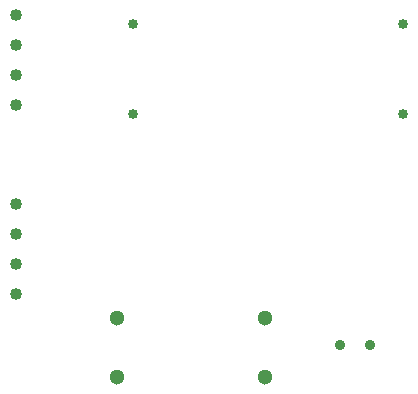
<source format=gbr>
%TF.GenerationSoftware,KiCad,Pcbnew,7.0.9*%
%TF.CreationDate,2024-01-30T23:10:42-08:00*%
%TF.ProjectId,display_rasp,64697370-6c61-4795-9f72-6173702e6b69,rev?*%
%TF.SameCoordinates,Original*%
%TF.FileFunction,Plated,1,2,PTH,Drill*%
%TF.FilePolarity,Positive*%
%FSLAX46Y46*%
G04 Gerber Fmt 4.6, Leading zero omitted, Abs format (unit mm)*
G04 Created by KiCad (PCBNEW 7.0.9) date 2024-01-30 23:10:42*
%MOMM*%
%LPD*%
G01*
G04 APERTURE LIST*
%TA.AperFunction,ComponentDrill*%
%ADD10C,0.850000*%
%TD*%
%TA.AperFunction,ComponentDrill*%
%ADD11C,0.900000*%
%TD*%
%TA.AperFunction,ComponentDrill*%
%ADD12C,1.020000*%
%TD*%
%TA.AperFunction,ComponentDrill*%
%ADD13C,1.300000*%
%TD*%
G04 APERTURE END LIST*
D10*
%TO.C,M1*%
X127508000Y-93218000D03*
X127508000Y-100838000D03*
X150368000Y-93218000D03*
X150368000Y-100838000D03*
D11*
%TO.C,D1*%
X145034000Y-120396000D03*
X147574000Y-120396000D03*
D12*
%TO.C,J1*%
X117602000Y-92456000D03*
X117602000Y-94996000D03*
X117602000Y-97536000D03*
X117602000Y-100076000D03*
%TO.C,J2*%
X117602000Y-108458000D03*
X117602000Y-110998000D03*
X117602000Y-113538000D03*
X117602000Y-116078000D03*
D13*
%TO.C,SW1*%
X126184000Y-118110000D03*
X126184000Y-123110000D03*
X138684000Y-118110000D03*
X138684000Y-123110000D03*
M02*

</source>
